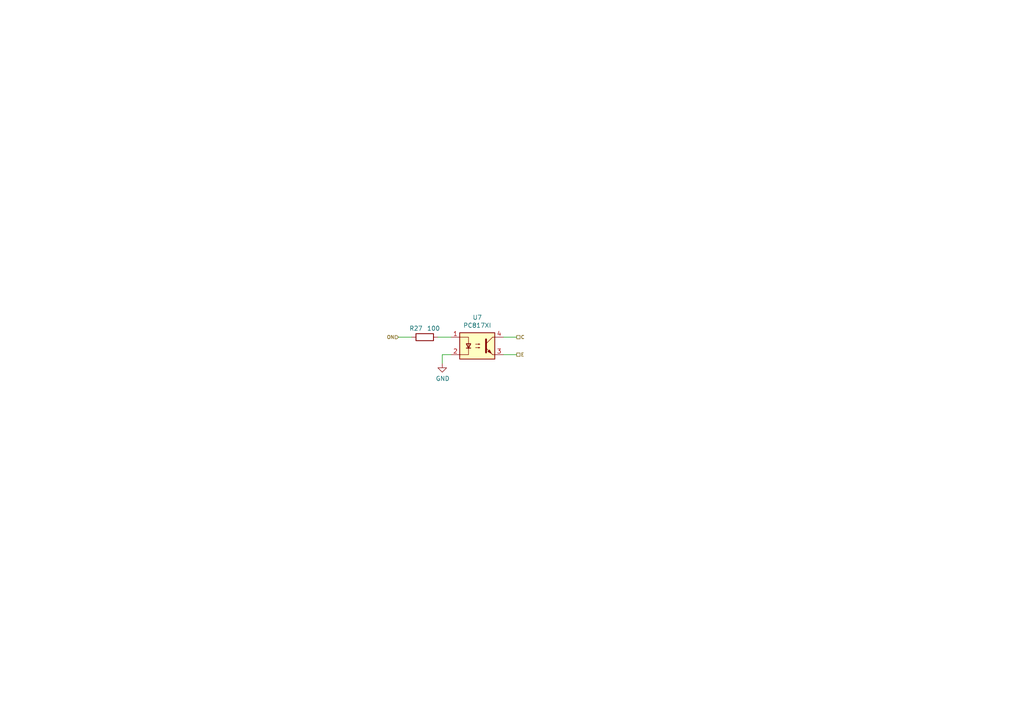
<source format=kicad_sch>
(kicad_sch (version 20211123) (generator eeschema)
  (paper "A4")
  (title_block (title "Opto-coupled Output") (date "2023-04-28") (rev "0.1") (comment 1 "https://github.com/enriquewph/esp-plc"))
  (lib_symbols
    (symbol "Device:R" (pin_numbers hide) (pin_names (offset 0))
      (property "Reference" "R" (at 2.032 0 90))
      (property "Value" "R" (at 0 0 90))
      (symbol "R_0_1"
        (rectangle (start -1.016 -2.54) (end 1.016 2.54) (stroke (width 0.254)))
      )
      (symbol "R_1_1"
        (pin passive line (at 0 3.81 270) (length 1.27) (name "~") (number "1"))
        (pin passive line (at 0 -3.81 90) (length 1.27) (name "~") (number "2"))
      )
    )
    (symbol "Isolator:PC817" (pin_names (offset 1.016))
      (property "Reference" "U" (at -5.08 5.08 0))
      (property "Value" "PC817" (at 0 5.08 0))
      (symbol "PC817_0_1"
        (rectangle (start -5.08 3.81) (end 5.08 -3.81) (stroke (width 0.254)) (fill (type background)))
        (polyline (pts (xy -3.175 -0.635) (xy -1.905 -0.635)) (stroke (width 0.254)))
        (polyline (pts (xy 2.54 0.635) (xy 4.445 2.54)))
        (polyline (pts (xy 4.445 -2.54) (xy 2.54 -0.635)) (fill (type outline)))
        (polyline (pts (xy 4.445 -2.54) (xy 5.08 -2.54)))
        (polyline (pts (xy 4.445 2.54) (xy 5.08 2.54)))
        (polyline (pts (xy -5.08 2.54) (xy -2.54 2.54) (xy -2.54 -0.635)))
        (polyline (pts (xy -2.54 -0.635) (xy -2.54 -2.54) (xy -5.08 -2.54)))
        (polyline (pts (xy 2.54 1.905) (xy 2.54 -1.905) (xy 2.54 -1.905)) (stroke (width 0.508)))
        (polyline (pts (xy -2.54 -0.635) (xy -3.175 0.635) (xy -1.905 0.635) (xy -2.54 -0.635)) (stroke (width 0.254)))
        (polyline (pts (xy -0.508 -0.508) (xy 0.762 -0.508) (xy 0.381 -0.635) (xy 0.381 -0.381) (xy 0.762 -0.508)))
        (polyline (pts (xy -0.508 0.508) (xy 0.762 0.508) (xy 0.381 0.381) (xy 0.381 0.635) (xy 0.762 0.508)))
        (polyline (pts (xy 3.048 -1.651) (xy 3.556 -1.143) (xy 4.064 -2.159) (xy 3.048 -1.651) (xy 3.048 -1.651)) (fill (type outline)))
      )
      (symbol "PC817_1_1"
        (pin passive line (at -7.62 2.54 0) (length 2.54) (name "~") (number "1"))
        (pin passive line (at -7.62 -2.54 0) (length 2.54) (name "~") (number "2"))
        (pin passive line (at 7.62 -2.54 180) (length 2.54) (name "~") (number "3"))
        (pin passive line (at 7.62 2.54 180) (length 2.54) (name "~") (number "4"))
      )
    )
    (symbol "power:GND" (power) (pin_names (offset 0))
      (property "Value" "GND" (at 0 -3.81 0))
      (symbol "GND_0_1"
        (polyline (pts (xy 0 0) (xy 0 -1.27) (xy 1.27 -1.27) (xy 0 -2.54) (xy -1.27 -1.27) (xy 0 -1.27)))
      )
      (symbol "GND_1_1"
        (pin power_in line (at 0 0 270) (length 0) hide (name "GND") (number "1"))
      )
    )
  )
  (wire (pts (xy 128.27 105.41) (xy 128.27 102.87)))
  (wire (pts (xy 128.27 102.87) (xy 130.81 102.87)))
  (wire (pts (xy 146.05 102.87) (xy 149.86 102.87)))
  (wire (pts (xy 149.86 97.79) (xy 146.05 97.79)))
  (wire (pts (xy 130.81 97.79) (xy 127 97.79)))
  (wire (pts (xy 119.38 97.79) (xy 115.57 97.79)))
  (hierarchical_label "ON" (shape input) (at 115.57 97.79 180) (effects (font (size 0.9906 0.9906))))
  (hierarchical_label "C" (shape passive) (at 149.86 97.79 0) (effects (font (size 0.9906 0.9906))))
  (hierarchical_label "E" (shape passive) (at 149.86 102.87 0) (effects (font (size 0.9906 0.9906))))
  (symbol (lib_id "Device:R") (at 123.19 97.79 270) (unit 1)
    (property "Reference" "R27" (at 120.65 95.25 90))
    (property "Value" "100" (at 125.73 95.25 90))
    (property "Footprint" "Resistor_SMD:R_1206_3216Metric" (effects hide))
    (property "Datasheet" "https://www.yageo.com/upload/media/product/productsearch/datasheet/rchip/PYu-RC_Group_51_RoHS_L_11.pdf" (effects hide))
    (property "manf#" "RC1206FR-07100RL" (effects hide))
  )
  (symbol (lib_id "power:GND") (at 128.27 105.41 0) (unit 1)
    (property "Reference" "#PWR068" (effects hide))
    (property "Value" "GND" (at 128.397 109.8042 0))
  )
  (symbol (lib_id "Isolator:PC817") (at 138.43 100.33 0) (unit 1)
    (property "Reference" "U7" (at 138.43 92.075 0))
    (property "Value" "PC817XI" (at 138.43 94.3864 0))
    (property "Footprint" "Package_DIP:SMDIP-4_W9.53mm" (effects hide))
    (property "Datasheet" "https://www.farnell.com/datasheets/73758.pdf" (effects hide))
    (property "manf#" "PC817XI" (effects hide))
  )
)
</source>
